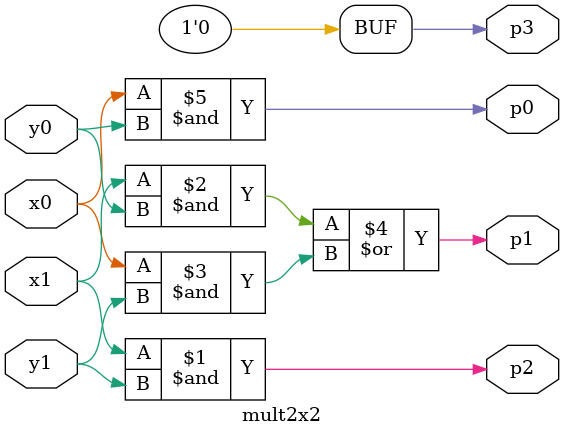
<source format=v>
module mult2x2 (
  x1, x0, y1, y0,
  p3, p2, p1, p0
);
input x1, x0, y1, y0;
output p3, p2, p1, p0;

assign p3 = 0;
assign p2 = (x1 & y1);
assign p1 = (x1 & y0) | (x0 & y1);
assign p0 = (x0 & y0);
endmodule

</source>
